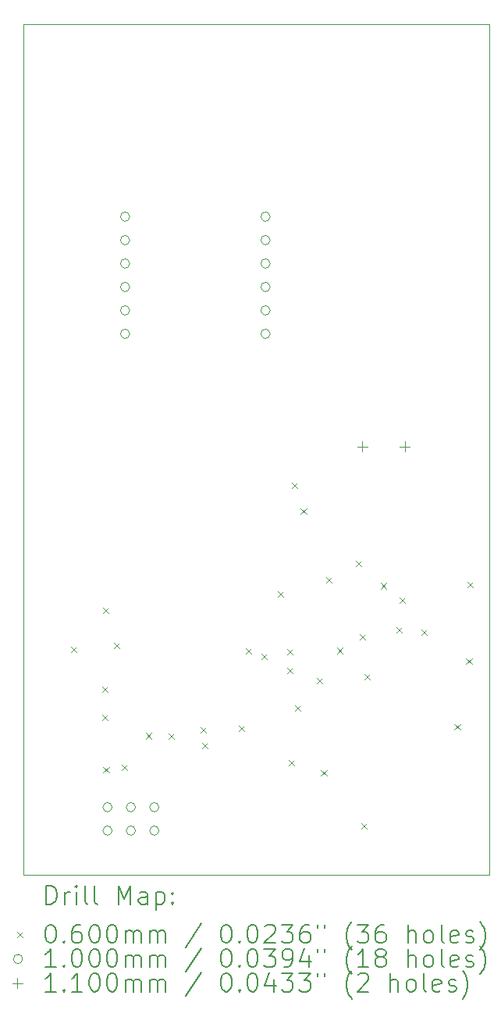
<source format=gbr>
%FSLAX45Y45*%
G04 Gerber Fmt 4.5, Leading zero omitted, Abs format (unit mm)*
G04 Created by KiCad (PCBNEW 6.0.6) date 2022-07-20 10:16:57*
%MOMM*%
%LPD*%
G01*
G04 APERTURE LIST*
%TA.AperFunction,Profile*%
%ADD10C,0.100000*%
%TD*%
%ADD11C,0.200000*%
%ADD12C,0.060000*%
%ADD13C,0.100000*%
%ADD14C,0.110000*%
G04 APERTURE END LIST*
D10*
X14732000Y-4648200D02*
X14732000Y-13868400D01*
X9677400Y-4648200D02*
X14732000Y-4648200D01*
X9677400Y-5359400D02*
X9677400Y-13868400D01*
X14097000Y-13868400D02*
X14732000Y-13868400D01*
X9677400Y-13868400D02*
X14097000Y-13868400D01*
X9677400Y-5359400D02*
X9677400Y-4648200D01*
D11*
D12*
X10196000Y-11390500D02*
X10256000Y-11450500D01*
X10256000Y-11390500D02*
X10196000Y-11450500D01*
X10536000Y-11828000D02*
X10596000Y-11888000D01*
X10596000Y-11828000D02*
X10536000Y-11888000D01*
X10536000Y-12128000D02*
X10596000Y-12188000D01*
X10596000Y-12128000D02*
X10536000Y-12188000D01*
X10541000Y-10970500D02*
X10601000Y-11030500D01*
X10601000Y-10970500D02*
X10541000Y-11030500D01*
X10548500Y-12698000D02*
X10608500Y-12758000D01*
X10608500Y-12698000D02*
X10548500Y-12758000D01*
X10666000Y-11348000D02*
X10726000Y-11408000D01*
X10726000Y-11348000D02*
X10666000Y-11408000D01*
X10748500Y-12668000D02*
X10808500Y-12728000D01*
X10808500Y-12668000D02*
X10748500Y-12728000D01*
X11013500Y-12328000D02*
X11073500Y-12388000D01*
X11073500Y-12328000D02*
X11013500Y-12388000D01*
X11258500Y-12333000D02*
X11318500Y-12393000D01*
X11318500Y-12333000D02*
X11258500Y-12393000D01*
X11606000Y-12268000D02*
X11666000Y-12328000D01*
X11666000Y-12268000D02*
X11606000Y-12328000D01*
X11618500Y-12438000D02*
X11678500Y-12498000D01*
X11678500Y-12438000D02*
X11618500Y-12498000D01*
X12021000Y-12248000D02*
X12081000Y-12308000D01*
X12081000Y-12248000D02*
X12021000Y-12308000D01*
X12092396Y-11409104D02*
X12152396Y-11469104D01*
X12152396Y-11409104D02*
X12092396Y-11469104D01*
X12263500Y-11470500D02*
X12323500Y-11530500D01*
X12323500Y-11470500D02*
X12263500Y-11530500D01*
X12438500Y-10790500D02*
X12498500Y-10850500D01*
X12498500Y-10790500D02*
X12438500Y-10850500D01*
X12541050Y-11623000D02*
X12601050Y-11683000D01*
X12601050Y-11623000D02*
X12541050Y-11683000D01*
X12546000Y-11420500D02*
X12606000Y-11480500D01*
X12606000Y-11420500D02*
X12546000Y-11480500D01*
X12556000Y-12620500D02*
X12616000Y-12680500D01*
X12616000Y-12620500D02*
X12556000Y-12680500D01*
X12593500Y-9613000D02*
X12653500Y-9673000D01*
X12653500Y-9613000D02*
X12593500Y-9673000D01*
X12631000Y-12030500D02*
X12691000Y-12090500D01*
X12691000Y-12030500D02*
X12631000Y-12090500D01*
X12691000Y-9890500D02*
X12751000Y-9950500D01*
X12751000Y-9890500D02*
X12691000Y-9950500D01*
X12861000Y-11730500D02*
X12921000Y-11790500D01*
X12921000Y-11730500D02*
X12861000Y-11790500D01*
X12911000Y-12728000D02*
X12971000Y-12788000D01*
X12971000Y-12728000D02*
X12911000Y-12788000D01*
X12966000Y-10635500D02*
X13026000Y-10695500D01*
X13026000Y-10635500D02*
X12966000Y-10695500D01*
X13081000Y-11405500D02*
X13141000Y-11465500D01*
X13141000Y-11405500D02*
X13081000Y-11465500D01*
X13286000Y-10460500D02*
X13346000Y-10520500D01*
X13346000Y-10460500D02*
X13286000Y-10520500D01*
X13328500Y-11260500D02*
X13388500Y-11320500D01*
X13388500Y-11260500D02*
X13328500Y-11320500D01*
X13348500Y-13308000D02*
X13408500Y-13368000D01*
X13408500Y-13308000D02*
X13348500Y-13368000D01*
X13378500Y-11688000D02*
X13438500Y-11748000D01*
X13438500Y-11688000D02*
X13378500Y-11748000D01*
X13561000Y-10703000D02*
X13621000Y-10763000D01*
X13621000Y-10703000D02*
X13561000Y-10763000D01*
X13728500Y-11183000D02*
X13788500Y-11243000D01*
X13788500Y-11183000D02*
X13728500Y-11243000D01*
X13758500Y-10860500D02*
X13818500Y-10920500D01*
X13818500Y-10860500D02*
X13758500Y-10920500D01*
X13998500Y-11208000D02*
X14058500Y-11268000D01*
X14058500Y-11208000D02*
X13998500Y-11268000D01*
X14358500Y-12233000D02*
X14418500Y-12293000D01*
X14418500Y-12233000D02*
X14358500Y-12293000D01*
X14486000Y-11520500D02*
X14546000Y-11580500D01*
X14546000Y-11520500D02*
X14486000Y-11580500D01*
X14498500Y-10693000D02*
X14558500Y-10753000D01*
X14558500Y-10693000D02*
X14498500Y-10753000D01*
D13*
X10643300Y-13132300D02*
G75*
G03*
X10643300Y-13132300I-50000J0D01*
G01*
X10643300Y-13386300D02*
G75*
G03*
X10643300Y-13386300I-50000J0D01*
G01*
X10833850Y-6731000D02*
G75*
G03*
X10833850Y-6731000I-50000J0D01*
G01*
X10833850Y-6985000D02*
G75*
G03*
X10833850Y-6985000I-50000J0D01*
G01*
X10833850Y-7239000D02*
G75*
G03*
X10833850Y-7239000I-50000J0D01*
G01*
X10833850Y-7493000D02*
G75*
G03*
X10833850Y-7493000I-50000J0D01*
G01*
X10833850Y-7747000D02*
G75*
G03*
X10833850Y-7747000I-50000J0D01*
G01*
X10833850Y-8001000D02*
G75*
G03*
X10833850Y-8001000I-50000J0D01*
G01*
X10897300Y-13132300D02*
G75*
G03*
X10897300Y-13132300I-50000J0D01*
G01*
X10897300Y-13386300D02*
G75*
G03*
X10897300Y-13386300I-50000J0D01*
G01*
X11151300Y-13132300D02*
G75*
G03*
X11151300Y-13132300I-50000J0D01*
G01*
X11151300Y-13386300D02*
G75*
G03*
X11151300Y-13386300I-50000J0D01*
G01*
X12357850Y-6731000D02*
G75*
G03*
X12357850Y-6731000I-50000J0D01*
G01*
X12357850Y-6985000D02*
G75*
G03*
X12357850Y-6985000I-50000J0D01*
G01*
X12357850Y-7239000D02*
G75*
G03*
X12357850Y-7239000I-50000J0D01*
G01*
X12357850Y-7493000D02*
G75*
G03*
X12357850Y-7493000I-50000J0D01*
G01*
X12357850Y-7747000D02*
G75*
G03*
X12357850Y-7747000I-50000J0D01*
G01*
X12357850Y-8001000D02*
G75*
G03*
X12357850Y-8001000I-50000J0D01*
G01*
D14*
X13358500Y-9168000D02*
X13358500Y-9278000D01*
X13303500Y-9223000D02*
X13413500Y-9223000D01*
X13818500Y-9168000D02*
X13818500Y-9278000D01*
X13763500Y-9223000D02*
X13873500Y-9223000D01*
D11*
X9930019Y-14183876D02*
X9930019Y-13983876D01*
X9977638Y-13983876D01*
X10006210Y-13993400D01*
X10025257Y-14012448D01*
X10034781Y-14031495D01*
X10044305Y-14069590D01*
X10044305Y-14098162D01*
X10034781Y-14136257D01*
X10025257Y-14155305D01*
X10006210Y-14174352D01*
X9977638Y-14183876D01*
X9930019Y-14183876D01*
X10130019Y-14183876D02*
X10130019Y-14050543D01*
X10130019Y-14088638D02*
X10139543Y-14069590D01*
X10149067Y-14060067D01*
X10168114Y-14050543D01*
X10187162Y-14050543D01*
X10253829Y-14183876D02*
X10253829Y-14050543D01*
X10253829Y-13983876D02*
X10244305Y-13993400D01*
X10253829Y-14002924D01*
X10263352Y-13993400D01*
X10253829Y-13983876D01*
X10253829Y-14002924D01*
X10377638Y-14183876D02*
X10358590Y-14174352D01*
X10349067Y-14155305D01*
X10349067Y-13983876D01*
X10482400Y-14183876D02*
X10463352Y-14174352D01*
X10453829Y-14155305D01*
X10453829Y-13983876D01*
X10710971Y-14183876D02*
X10710971Y-13983876D01*
X10777638Y-14126733D01*
X10844305Y-13983876D01*
X10844305Y-14183876D01*
X11025257Y-14183876D02*
X11025257Y-14079114D01*
X11015733Y-14060067D01*
X10996686Y-14050543D01*
X10958590Y-14050543D01*
X10939543Y-14060067D01*
X11025257Y-14174352D02*
X11006210Y-14183876D01*
X10958590Y-14183876D01*
X10939543Y-14174352D01*
X10930019Y-14155305D01*
X10930019Y-14136257D01*
X10939543Y-14117209D01*
X10958590Y-14107686D01*
X11006210Y-14107686D01*
X11025257Y-14098162D01*
X11120495Y-14050543D02*
X11120495Y-14250543D01*
X11120495Y-14060067D02*
X11139543Y-14050543D01*
X11177638Y-14050543D01*
X11196686Y-14060067D01*
X11206209Y-14069590D01*
X11215733Y-14088638D01*
X11215733Y-14145781D01*
X11206209Y-14164828D01*
X11196686Y-14174352D01*
X11177638Y-14183876D01*
X11139543Y-14183876D01*
X11120495Y-14174352D01*
X11301448Y-14164828D02*
X11310971Y-14174352D01*
X11301448Y-14183876D01*
X11291924Y-14174352D01*
X11301448Y-14164828D01*
X11301448Y-14183876D01*
X11301448Y-14060067D02*
X11310971Y-14069590D01*
X11301448Y-14079114D01*
X11291924Y-14069590D01*
X11301448Y-14060067D01*
X11301448Y-14079114D01*
D12*
X9612400Y-14483400D02*
X9672400Y-14543400D01*
X9672400Y-14483400D02*
X9612400Y-14543400D01*
D11*
X9968114Y-14403876D02*
X9987162Y-14403876D01*
X10006210Y-14413400D01*
X10015733Y-14422924D01*
X10025257Y-14441971D01*
X10034781Y-14480067D01*
X10034781Y-14527686D01*
X10025257Y-14565781D01*
X10015733Y-14584828D01*
X10006210Y-14594352D01*
X9987162Y-14603876D01*
X9968114Y-14603876D01*
X9949067Y-14594352D01*
X9939543Y-14584828D01*
X9930019Y-14565781D01*
X9920495Y-14527686D01*
X9920495Y-14480067D01*
X9930019Y-14441971D01*
X9939543Y-14422924D01*
X9949067Y-14413400D01*
X9968114Y-14403876D01*
X10120495Y-14584828D02*
X10130019Y-14594352D01*
X10120495Y-14603876D01*
X10110971Y-14594352D01*
X10120495Y-14584828D01*
X10120495Y-14603876D01*
X10301448Y-14403876D02*
X10263352Y-14403876D01*
X10244305Y-14413400D01*
X10234781Y-14422924D01*
X10215733Y-14451495D01*
X10206210Y-14489590D01*
X10206210Y-14565781D01*
X10215733Y-14584828D01*
X10225257Y-14594352D01*
X10244305Y-14603876D01*
X10282400Y-14603876D01*
X10301448Y-14594352D01*
X10310971Y-14584828D01*
X10320495Y-14565781D01*
X10320495Y-14518162D01*
X10310971Y-14499114D01*
X10301448Y-14489590D01*
X10282400Y-14480067D01*
X10244305Y-14480067D01*
X10225257Y-14489590D01*
X10215733Y-14499114D01*
X10206210Y-14518162D01*
X10444305Y-14403876D02*
X10463352Y-14403876D01*
X10482400Y-14413400D01*
X10491924Y-14422924D01*
X10501448Y-14441971D01*
X10510971Y-14480067D01*
X10510971Y-14527686D01*
X10501448Y-14565781D01*
X10491924Y-14584828D01*
X10482400Y-14594352D01*
X10463352Y-14603876D01*
X10444305Y-14603876D01*
X10425257Y-14594352D01*
X10415733Y-14584828D01*
X10406210Y-14565781D01*
X10396686Y-14527686D01*
X10396686Y-14480067D01*
X10406210Y-14441971D01*
X10415733Y-14422924D01*
X10425257Y-14413400D01*
X10444305Y-14403876D01*
X10634781Y-14403876D02*
X10653829Y-14403876D01*
X10672876Y-14413400D01*
X10682400Y-14422924D01*
X10691924Y-14441971D01*
X10701448Y-14480067D01*
X10701448Y-14527686D01*
X10691924Y-14565781D01*
X10682400Y-14584828D01*
X10672876Y-14594352D01*
X10653829Y-14603876D01*
X10634781Y-14603876D01*
X10615733Y-14594352D01*
X10606210Y-14584828D01*
X10596686Y-14565781D01*
X10587162Y-14527686D01*
X10587162Y-14480067D01*
X10596686Y-14441971D01*
X10606210Y-14422924D01*
X10615733Y-14413400D01*
X10634781Y-14403876D01*
X10787162Y-14603876D02*
X10787162Y-14470543D01*
X10787162Y-14489590D02*
X10796686Y-14480067D01*
X10815733Y-14470543D01*
X10844305Y-14470543D01*
X10863352Y-14480067D01*
X10872876Y-14499114D01*
X10872876Y-14603876D01*
X10872876Y-14499114D02*
X10882400Y-14480067D01*
X10901448Y-14470543D01*
X10930019Y-14470543D01*
X10949067Y-14480067D01*
X10958590Y-14499114D01*
X10958590Y-14603876D01*
X11053829Y-14603876D02*
X11053829Y-14470543D01*
X11053829Y-14489590D02*
X11063352Y-14480067D01*
X11082400Y-14470543D01*
X11110971Y-14470543D01*
X11130019Y-14480067D01*
X11139543Y-14499114D01*
X11139543Y-14603876D01*
X11139543Y-14499114D02*
X11149067Y-14480067D01*
X11168114Y-14470543D01*
X11196686Y-14470543D01*
X11215733Y-14480067D01*
X11225257Y-14499114D01*
X11225257Y-14603876D01*
X11615733Y-14394352D02*
X11444305Y-14651495D01*
X11872876Y-14403876D02*
X11891924Y-14403876D01*
X11910971Y-14413400D01*
X11920495Y-14422924D01*
X11930019Y-14441971D01*
X11939543Y-14480067D01*
X11939543Y-14527686D01*
X11930019Y-14565781D01*
X11920495Y-14584828D01*
X11910971Y-14594352D01*
X11891924Y-14603876D01*
X11872876Y-14603876D01*
X11853828Y-14594352D01*
X11844305Y-14584828D01*
X11834781Y-14565781D01*
X11825257Y-14527686D01*
X11825257Y-14480067D01*
X11834781Y-14441971D01*
X11844305Y-14422924D01*
X11853828Y-14413400D01*
X11872876Y-14403876D01*
X12025257Y-14584828D02*
X12034781Y-14594352D01*
X12025257Y-14603876D01*
X12015733Y-14594352D01*
X12025257Y-14584828D01*
X12025257Y-14603876D01*
X12158590Y-14403876D02*
X12177638Y-14403876D01*
X12196686Y-14413400D01*
X12206209Y-14422924D01*
X12215733Y-14441971D01*
X12225257Y-14480067D01*
X12225257Y-14527686D01*
X12215733Y-14565781D01*
X12206209Y-14584828D01*
X12196686Y-14594352D01*
X12177638Y-14603876D01*
X12158590Y-14603876D01*
X12139543Y-14594352D01*
X12130019Y-14584828D01*
X12120495Y-14565781D01*
X12110971Y-14527686D01*
X12110971Y-14480067D01*
X12120495Y-14441971D01*
X12130019Y-14422924D01*
X12139543Y-14413400D01*
X12158590Y-14403876D01*
X12301448Y-14422924D02*
X12310971Y-14413400D01*
X12330019Y-14403876D01*
X12377638Y-14403876D01*
X12396686Y-14413400D01*
X12406209Y-14422924D01*
X12415733Y-14441971D01*
X12415733Y-14461019D01*
X12406209Y-14489590D01*
X12291924Y-14603876D01*
X12415733Y-14603876D01*
X12482400Y-14403876D02*
X12606209Y-14403876D01*
X12539543Y-14480067D01*
X12568114Y-14480067D01*
X12587162Y-14489590D01*
X12596686Y-14499114D01*
X12606209Y-14518162D01*
X12606209Y-14565781D01*
X12596686Y-14584828D01*
X12587162Y-14594352D01*
X12568114Y-14603876D01*
X12510971Y-14603876D01*
X12491924Y-14594352D01*
X12482400Y-14584828D01*
X12777638Y-14403876D02*
X12739543Y-14403876D01*
X12720495Y-14413400D01*
X12710971Y-14422924D01*
X12691924Y-14451495D01*
X12682400Y-14489590D01*
X12682400Y-14565781D01*
X12691924Y-14584828D01*
X12701448Y-14594352D01*
X12720495Y-14603876D01*
X12758590Y-14603876D01*
X12777638Y-14594352D01*
X12787162Y-14584828D01*
X12796686Y-14565781D01*
X12796686Y-14518162D01*
X12787162Y-14499114D01*
X12777638Y-14489590D01*
X12758590Y-14480067D01*
X12720495Y-14480067D01*
X12701448Y-14489590D01*
X12691924Y-14499114D01*
X12682400Y-14518162D01*
X12872876Y-14403876D02*
X12872876Y-14441971D01*
X12949067Y-14403876D02*
X12949067Y-14441971D01*
X13244305Y-14680067D02*
X13234781Y-14670543D01*
X13215733Y-14641971D01*
X13206209Y-14622924D01*
X13196686Y-14594352D01*
X13187162Y-14546733D01*
X13187162Y-14508638D01*
X13196686Y-14461019D01*
X13206209Y-14432448D01*
X13215733Y-14413400D01*
X13234781Y-14384828D01*
X13244305Y-14375305D01*
X13301448Y-14403876D02*
X13425257Y-14403876D01*
X13358590Y-14480067D01*
X13387162Y-14480067D01*
X13406209Y-14489590D01*
X13415733Y-14499114D01*
X13425257Y-14518162D01*
X13425257Y-14565781D01*
X13415733Y-14584828D01*
X13406209Y-14594352D01*
X13387162Y-14603876D01*
X13330019Y-14603876D01*
X13310971Y-14594352D01*
X13301448Y-14584828D01*
X13596686Y-14403876D02*
X13558590Y-14403876D01*
X13539543Y-14413400D01*
X13530019Y-14422924D01*
X13510971Y-14451495D01*
X13501448Y-14489590D01*
X13501448Y-14565781D01*
X13510971Y-14584828D01*
X13520495Y-14594352D01*
X13539543Y-14603876D01*
X13577638Y-14603876D01*
X13596686Y-14594352D01*
X13606209Y-14584828D01*
X13615733Y-14565781D01*
X13615733Y-14518162D01*
X13606209Y-14499114D01*
X13596686Y-14489590D01*
X13577638Y-14480067D01*
X13539543Y-14480067D01*
X13520495Y-14489590D01*
X13510971Y-14499114D01*
X13501448Y-14518162D01*
X13853828Y-14603876D02*
X13853828Y-14403876D01*
X13939543Y-14603876D02*
X13939543Y-14499114D01*
X13930019Y-14480067D01*
X13910971Y-14470543D01*
X13882400Y-14470543D01*
X13863352Y-14480067D01*
X13853828Y-14489590D01*
X14063352Y-14603876D02*
X14044305Y-14594352D01*
X14034781Y-14584828D01*
X14025257Y-14565781D01*
X14025257Y-14508638D01*
X14034781Y-14489590D01*
X14044305Y-14480067D01*
X14063352Y-14470543D01*
X14091924Y-14470543D01*
X14110971Y-14480067D01*
X14120495Y-14489590D01*
X14130019Y-14508638D01*
X14130019Y-14565781D01*
X14120495Y-14584828D01*
X14110971Y-14594352D01*
X14091924Y-14603876D01*
X14063352Y-14603876D01*
X14244305Y-14603876D02*
X14225257Y-14594352D01*
X14215733Y-14575305D01*
X14215733Y-14403876D01*
X14396686Y-14594352D02*
X14377638Y-14603876D01*
X14339543Y-14603876D01*
X14320495Y-14594352D01*
X14310971Y-14575305D01*
X14310971Y-14499114D01*
X14320495Y-14480067D01*
X14339543Y-14470543D01*
X14377638Y-14470543D01*
X14396686Y-14480067D01*
X14406209Y-14499114D01*
X14406209Y-14518162D01*
X14310971Y-14537209D01*
X14482400Y-14594352D02*
X14501448Y-14603876D01*
X14539543Y-14603876D01*
X14558590Y-14594352D01*
X14568114Y-14575305D01*
X14568114Y-14565781D01*
X14558590Y-14546733D01*
X14539543Y-14537209D01*
X14510971Y-14537209D01*
X14491924Y-14527686D01*
X14482400Y-14508638D01*
X14482400Y-14499114D01*
X14491924Y-14480067D01*
X14510971Y-14470543D01*
X14539543Y-14470543D01*
X14558590Y-14480067D01*
X14634781Y-14680067D02*
X14644305Y-14670543D01*
X14663352Y-14641971D01*
X14672876Y-14622924D01*
X14682400Y-14594352D01*
X14691924Y-14546733D01*
X14691924Y-14508638D01*
X14682400Y-14461019D01*
X14672876Y-14432448D01*
X14663352Y-14413400D01*
X14644305Y-14384828D01*
X14634781Y-14375305D01*
D13*
X9672400Y-14777400D02*
G75*
G03*
X9672400Y-14777400I-50000J0D01*
G01*
D11*
X10034781Y-14867876D02*
X9920495Y-14867876D01*
X9977638Y-14867876D02*
X9977638Y-14667876D01*
X9958590Y-14696448D01*
X9939543Y-14715495D01*
X9920495Y-14725019D01*
X10120495Y-14848828D02*
X10130019Y-14858352D01*
X10120495Y-14867876D01*
X10110971Y-14858352D01*
X10120495Y-14848828D01*
X10120495Y-14867876D01*
X10253829Y-14667876D02*
X10272876Y-14667876D01*
X10291924Y-14677400D01*
X10301448Y-14686924D01*
X10310971Y-14705971D01*
X10320495Y-14744067D01*
X10320495Y-14791686D01*
X10310971Y-14829781D01*
X10301448Y-14848828D01*
X10291924Y-14858352D01*
X10272876Y-14867876D01*
X10253829Y-14867876D01*
X10234781Y-14858352D01*
X10225257Y-14848828D01*
X10215733Y-14829781D01*
X10206210Y-14791686D01*
X10206210Y-14744067D01*
X10215733Y-14705971D01*
X10225257Y-14686924D01*
X10234781Y-14677400D01*
X10253829Y-14667876D01*
X10444305Y-14667876D02*
X10463352Y-14667876D01*
X10482400Y-14677400D01*
X10491924Y-14686924D01*
X10501448Y-14705971D01*
X10510971Y-14744067D01*
X10510971Y-14791686D01*
X10501448Y-14829781D01*
X10491924Y-14848828D01*
X10482400Y-14858352D01*
X10463352Y-14867876D01*
X10444305Y-14867876D01*
X10425257Y-14858352D01*
X10415733Y-14848828D01*
X10406210Y-14829781D01*
X10396686Y-14791686D01*
X10396686Y-14744067D01*
X10406210Y-14705971D01*
X10415733Y-14686924D01*
X10425257Y-14677400D01*
X10444305Y-14667876D01*
X10634781Y-14667876D02*
X10653829Y-14667876D01*
X10672876Y-14677400D01*
X10682400Y-14686924D01*
X10691924Y-14705971D01*
X10701448Y-14744067D01*
X10701448Y-14791686D01*
X10691924Y-14829781D01*
X10682400Y-14848828D01*
X10672876Y-14858352D01*
X10653829Y-14867876D01*
X10634781Y-14867876D01*
X10615733Y-14858352D01*
X10606210Y-14848828D01*
X10596686Y-14829781D01*
X10587162Y-14791686D01*
X10587162Y-14744067D01*
X10596686Y-14705971D01*
X10606210Y-14686924D01*
X10615733Y-14677400D01*
X10634781Y-14667876D01*
X10787162Y-14867876D02*
X10787162Y-14734543D01*
X10787162Y-14753590D02*
X10796686Y-14744067D01*
X10815733Y-14734543D01*
X10844305Y-14734543D01*
X10863352Y-14744067D01*
X10872876Y-14763114D01*
X10872876Y-14867876D01*
X10872876Y-14763114D02*
X10882400Y-14744067D01*
X10901448Y-14734543D01*
X10930019Y-14734543D01*
X10949067Y-14744067D01*
X10958590Y-14763114D01*
X10958590Y-14867876D01*
X11053829Y-14867876D02*
X11053829Y-14734543D01*
X11053829Y-14753590D02*
X11063352Y-14744067D01*
X11082400Y-14734543D01*
X11110971Y-14734543D01*
X11130019Y-14744067D01*
X11139543Y-14763114D01*
X11139543Y-14867876D01*
X11139543Y-14763114D02*
X11149067Y-14744067D01*
X11168114Y-14734543D01*
X11196686Y-14734543D01*
X11215733Y-14744067D01*
X11225257Y-14763114D01*
X11225257Y-14867876D01*
X11615733Y-14658352D02*
X11444305Y-14915495D01*
X11872876Y-14667876D02*
X11891924Y-14667876D01*
X11910971Y-14677400D01*
X11920495Y-14686924D01*
X11930019Y-14705971D01*
X11939543Y-14744067D01*
X11939543Y-14791686D01*
X11930019Y-14829781D01*
X11920495Y-14848828D01*
X11910971Y-14858352D01*
X11891924Y-14867876D01*
X11872876Y-14867876D01*
X11853828Y-14858352D01*
X11844305Y-14848828D01*
X11834781Y-14829781D01*
X11825257Y-14791686D01*
X11825257Y-14744067D01*
X11834781Y-14705971D01*
X11844305Y-14686924D01*
X11853828Y-14677400D01*
X11872876Y-14667876D01*
X12025257Y-14848828D02*
X12034781Y-14858352D01*
X12025257Y-14867876D01*
X12015733Y-14858352D01*
X12025257Y-14848828D01*
X12025257Y-14867876D01*
X12158590Y-14667876D02*
X12177638Y-14667876D01*
X12196686Y-14677400D01*
X12206209Y-14686924D01*
X12215733Y-14705971D01*
X12225257Y-14744067D01*
X12225257Y-14791686D01*
X12215733Y-14829781D01*
X12206209Y-14848828D01*
X12196686Y-14858352D01*
X12177638Y-14867876D01*
X12158590Y-14867876D01*
X12139543Y-14858352D01*
X12130019Y-14848828D01*
X12120495Y-14829781D01*
X12110971Y-14791686D01*
X12110971Y-14744067D01*
X12120495Y-14705971D01*
X12130019Y-14686924D01*
X12139543Y-14677400D01*
X12158590Y-14667876D01*
X12291924Y-14667876D02*
X12415733Y-14667876D01*
X12349067Y-14744067D01*
X12377638Y-14744067D01*
X12396686Y-14753590D01*
X12406209Y-14763114D01*
X12415733Y-14782162D01*
X12415733Y-14829781D01*
X12406209Y-14848828D01*
X12396686Y-14858352D01*
X12377638Y-14867876D01*
X12320495Y-14867876D01*
X12301448Y-14858352D01*
X12291924Y-14848828D01*
X12510971Y-14867876D02*
X12549067Y-14867876D01*
X12568114Y-14858352D01*
X12577638Y-14848828D01*
X12596686Y-14820257D01*
X12606209Y-14782162D01*
X12606209Y-14705971D01*
X12596686Y-14686924D01*
X12587162Y-14677400D01*
X12568114Y-14667876D01*
X12530019Y-14667876D01*
X12510971Y-14677400D01*
X12501448Y-14686924D01*
X12491924Y-14705971D01*
X12491924Y-14753590D01*
X12501448Y-14772638D01*
X12510971Y-14782162D01*
X12530019Y-14791686D01*
X12568114Y-14791686D01*
X12587162Y-14782162D01*
X12596686Y-14772638D01*
X12606209Y-14753590D01*
X12777638Y-14734543D02*
X12777638Y-14867876D01*
X12730019Y-14658352D02*
X12682400Y-14801209D01*
X12806209Y-14801209D01*
X12872876Y-14667876D02*
X12872876Y-14705971D01*
X12949067Y-14667876D02*
X12949067Y-14705971D01*
X13244305Y-14944067D02*
X13234781Y-14934543D01*
X13215733Y-14905971D01*
X13206209Y-14886924D01*
X13196686Y-14858352D01*
X13187162Y-14810733D01*
X13187162Y-14772638D01*
X13196686Y-14725019D01*
X13206209Y-14696448D01*
X13215733Y-14677400D01*
X13234781Y-14648828D01*
X13244305Y-14639305D01*
X13425257Y-14867876D02*
X13310971Y-14867876D01*
X13368114Y-14867876D02*
X13368114Y-14667876D01*
X13349067Y-14696448D01*
X13330019Y-14715495D01*
X13310971Y-14725019D01*
X13539543Y-14753590D02*
X13520495Y-14744067D01*
X13510971Y-14734543D01*
X13501448Y-14715495D01*
X13501448Y-14705971D01*
X13510971Y-14686924D01*
X13520495Y-14677400D01*
X13539543Y-14667876D01*
X13577638Y-14667876D01*
X13596686Y-14677400D01*
X13606209Y-14686924D01*
X13615733Y-14705971D01*
X13615733Y-14715495D01*
X13606209Y-14734543D01*
X13596686Y-14744067D01*
X13577638Y-14753590D01*
X13539543Y-14753590D01*
X13520495Y-14763114D01*
X13510971Y-14772638D01*
X13501448Y-14791686D01*
X13501448Y-14829781D01*
X13510971Y-14848828D01*
X13520495Y-14858352D01*
X13539543Y-14867876D01*
X13577638Y-14867876D01*
X13596686Y-14858352D01*
X13606209Y-14848828D01*
X13615733Y-14829781D01*
X13615733Y-14791686D01*
X13606209Y-14772638D01*
X13596686Y-14763114D01*
X13577638Y-14753590D01*
X13853828Y-14867876D02*
X13853828Y-14667876D01*
X13939543Y-14867876D02*
X13939543Y-14763114D01*
X13930019Y-14744067D01*
X13910971Y-14734543D01*
X13882400Y-14734543D01*
X13863352Y-14744067D01*
X13853828Y-14753590D01*
X14063352Y-14867876D02*
X14044305Y-14858352D01*
X14034781Y-14848828D01*
X14025257Y-14829781D01*
X14025257Y-14772638D01*
X14034781Y-14753590D01*
X14044305Y-14744067D01*
X14063352Y-14734543D01*
X14091924Y-14734543D01*
X14110971Y-14744067D01*
X14120495Y-14753590D01*
X14130019Y-14772638D01*
X14130019Y-14829781D01*
X14120495Y-14848828D01*
X14110971Y-14858352D01*
X14091924Y-14867876D01*
X14063352Y-14867876D01*
X14244305Y-14867876D02*
X14225257Y-14858352D01*
X14215733Y-14839305D01*
X14215733Y-14667876D01*
X14396686Y-14858352D02*
X14377638Y-14867876D01*
X14339543Y-14867876D01*
X14320495Y-14858352D01*
X14310971Y-14839305D01*
X14310971Y-14763114D01*
X14320495Y-14744067D01*
X14339543Y-14734543D01*
X14377638Y-14734543D01*
X14396686Y-14744067D01*
X14406209Y-14763114D01*
X14406209Y-14782162D01*
X14310971Y-14801209D01*
X14482400Y-14858352D02*
X14501448Y-14867876D01*
X14539543Y-14867876D01*
X14558590Y-14858352D01*
X14568114Y-14839305D01*
X14568114Y-14829781D01*
X14558590Y-14810733D01*
X14539543Y-14801209D01*
X14510971Y-14801209D01*
X14491924Y-14791686D01*
X14482400Y-14772638D01*
X14482400Y-14763114D01*
X14491924Y-14744067D01*
X14510971Y-14734543D01*
X14539543Y-14734543D01*
X14558590Y-14744067D01*
X14634781Y-14944067D02*
X14644305Y-14934543D01*
X14663352Y-14905971D01*
X14672876Y-14886924D01*
X14682400Y-14858352D01*
X14691924Y-14810733D01*
X14691924Y-14772638D01*
X14682400Y-14725019D01*
X14672876Y-14696448D01*
X14663352Y-14677400D01*
X14644305Y-14648828D01*
X14634781Y-14639305D01*
D14*
X9617400Y-14986400D02*
X9617400Y-15096400D01*
X9562400Y-15041400D02*
X9672400Y-15041400D01*
D11*
X10034781Y-15131876D02*
X9920495Y-15131876D01*
X9977638Y-15131876D02*
X9977638Y-14931876D01*
X9958590Y-14960448D01*
X9939543Y-14979495D01*
X9920495Y-14989019D01*
X10120495Y-15112828D02*
X10130019Y-15122352D01*
X10120495Y-15131876D01*
X10110971Y-15122352D01*
X10120495Y-15112828D01*
X10120495Y-15131876D01*
X10320495Y-15131876D02*
X10206210Y-15131876D01*
X10263352Y-15131876D02*
X10263352Y-14931876D01*
X10244305Y-14960448D01*
X10225257Y-14979495D01*
X10206210Y-14989019D01*
X10444305Y-14931876D02*
X10463352Y-14931876D01*
X10482400Y-14941400D01*
X10491924Y-14950924D01*
X10501448Y-14969971D01*
X10510971Y-15008067D01*
X10510971Y-15055686D01*
X10501448Y-15093781D01*
X10491924Y-15112828D01*
X10482400Y-15122352D01*
X10463352Y-15131876D01*
X10444305Y-15131876D01*
X10425257Y-15122352D01*
X10415733Y-15112828D01*
X10406210Y-15093781D01*
X10396686Y-15055686D01*
X10396686Y-15008067D01*
X10406210Y-14969971D01*
X10415733Y-14950924D01*
X10425257Y-14941400D01*
X10444305Y-14931876D01*
X10634781Y-14931876D02*
X10653829Y-14931876D01*
X10672876Y-14941400D01*
X10682400Y-14950924D01*
X10691924Y-14969971D01*
X10701448Y-15008067D01*
X10701448Y-15055686D01*
X10691924Y-15093781D01*
X10682400Y-15112828D01*
X10672876Y-15122352D01*
X10653829Y-15131876D01*
X10634781Y-15131876D01*
X10615733Y-15122352D01*
X10606210Y-15112828D01*
X10596686Y-15093781D01*
X10587162Y-15055686D01*
X10587162Y-15008067D01*
X10596686Y-14969971D01*
X10606210Y-14950924D01*
X10615733Y-14941400D01*
X10634781Y-14931876D01*
X10787162Y-15131876D02*
X10787162Y-14998543D01*
X10787162Y-15017590D02*
X10796686Y-15008067D01*
X10815733Y-14998543D01*
X10844305Y-14998543D01*
X10863352Y-15008067D01*
X10872876Y-15027114D01*
X10872876Y-15131876D01*
X10872876Y-15027114D02*
X10882400Y-15008067D01*
X10901448Y-14998543D01*
X10930019Y-14998543D01*
X10949067Y-15008067D01*
X10958590Y-15027114D01*
X10958590Y-15131876D01*
X11053829Y-15131876D02*
X11053829Y-14998543D01*
X11053829Y-15017590D02*
X11063352Y-15008067D01*
X11082400Y-14998543D01*
X11110971Y-14998543D01*
X11130019Y-15008067D01*
X11139543Y-15027114D01*
X11139543Y-15131876D01*
X11139543Y-15027114D02*
X11149067Y-15008067D01*
X11168114Y-14998543D01*
X11196686Y-14998543D01*
X11215733Y-15008067D01*
X11225257Y-15027114D01*
X11225257Y-15131876D01*
X11615733Y-14922352D02*
X11444305Y-15179495D01*
X11872876Y-14931876D02*
X11891924Y-14931876D01*
X11910971Y-14941400D01*
X11920495Y-14950924D01*
X11930019Y-14969971D01*
X11939543Y-15008067D01*
X11939543Y-15055686D01*
X11930019Y-15093781D01*
X11920495Y-15112828D01*
X11910971Y-15122352D01*
X11891924Y-15131876D01*
X11872876Y-15131876D01*
X11853828Y-15122352D01*
X11844305Y-15112828D01*
X11834781Y-15093781D01*
X11825257Y-15055686D01*
X11825257Y-15008067D01*
X11834781Y-14969971D01*
X11844305Y-14950924D01*
X11853828Y-14941400D01*
X11872876Y-14931876D01*
X12025257Y-15112828D02*
X12034781Y-15122352D01*
X12025257Y-15131876D01*
X12015733Y-15122352D01*
X12025257Y-15112828D01*
X12025257Y-15131876D01*
X12158590Y-14931876D02*
X12177638Y-14931876D01*
X12196686Y-14941400D01*
X12206209Y-14950924D01*
X12215733Y-14969971D01*
X12225257Y-15008067D01*
X12225257Y-15055686D01*
X12215733Y-15093781D01*
X12206209Y-15112828D01*
X12196686Y-15122352D01*
X12177638Y-15131876D01*
X12158590Y-15131876D01*
X12139543Y-15122352D01*
X12130019Y-15112828D01*
X12120495Y-15093781D01*
X12110971Y-15055686D01*
X12110971Y-15008067D01*
X12120495Y-14969971D01*
X12130019Y-14950924D01*
X12139543Y-14941400D01*
X12158590Y-14931876D01*
X12396686Y-14998543D02*
X12396686Y-15131876D01*
X12349067Y-14922352D02*
X12301448Y-15065209D01*
X12425257Y-15065209D01*
X12482400Y-14931876D02*
X12606209Y-14931876D01*
X12539543Y-15008067D01*
X12568114Y-15008067D01*
X12587162Y-15017590D01*
X12596686Y-15027114D01*
X12606209Y-15046162D01*
X12606209Y-15093781D01*
X12596686Y-15112828D01*
X12587162Y-15122352D01*
X12568114Y-15131876D01*
X12510971Y-15131876D01*
X12491924Y-15122352D01*
X12482400Y-15112828D01*
X12672876Y-14931876D02*
X12796686Y-14931876D01*
X12730019Y-15008067D01*
X12758590Y-15008067D01*
X12777638Y-15017590D01*
X12787162Y-15027114D01*
X12796686Y-15046162D01*
X12796686Y-15093781D01*
X12787162Y-15112828D01*
X12777638Y-15122352D01*
X12758590Y-15131876D01*
X12701448Y-15131876D01*
X12682400Y-15122352D01*
X12672876Y-15112828D01*
X12872876Y-14931876D02*
X12872876Y-14969971D01*
X12949067Y-14931876D02*
X12949067Y-14969971D01*
X13244305Y-15208067D02*
X13234781Y-15198543D01*
X13215733Y-15169971D01*
X13206209Y-15150924D01*
X13196686Y-15122352D01*
X13187162Y-15074733D01*
X13187162Y-15036638D01*
X13196686Y-14989019D01*
X13206209Y-14960448D01*
X13215733Y-14941400D01*
X13234781Y-14912828D01*
X13244305Y-14903305D01*
X13310971Y-14950924D02*
X13320495Y-14941400D01*
X13339543Y-14931876D01*
X13387162Y-14931876D01*
X13406209Y-14941400D01*
X13415733Y-14950924D01*
X13425257Y-14969971D01*
X13425257Y-14989019D01*
X13415733Y-15017590D01*
X13301448Y-15131876D01*
X13425257Y-15131876D01*
X13663352Y-15131876D02*
X13663352Y-14931876D01*
X13749067Y-15131876D02*
X13749067Y-15027114D01*
X13739543Y-15008067D01*
X13720495Y-14998543D01*
X13691924Y-14998543D01*
X13672876Y-15008067D01*
X13663352Y-15017590D01*
X13872876Y-15131876D02*
X13853828Y-15122352D01*
X13844305Y-15112828D01*
X13834781Y-15093781D01*
X13834781Y-15036638D01*
X13844305Y-15017590D01*
X13853828Y-15008067D01*
X13872876Y-14998543D01*
X13901448Y-14998543D01*
X13920495Y-15008067D01*
X13930019Y-15017590D01*
X13939543Y-15036638D01*
X13939543Y-15093781D01*
X13930019Y-15112828D01*
X13920495Y-15122352D01*
X13901448Y-15131876D01*
X13872876Y-15131876D01*
X14053828Y-15131876D02*
X14034781Y-15122352D01*
X14025257Y-15103305D01*
X14025257Y-14931876D01*
X14206209Y-15122352D02*
X14187162Y-15131876D01*
X14149067Y-15131876D01*
X14130019Y-15122352D01*
X14120495Y-15103305D01*
X14120495Y-15027114D01*
X14130019Y-15008067D01*
X14149067Y-14998543D01*
X14187162Y-14998543D01*
X14206209Y-15008067D01*
X14215733Y-15027114D01*
X14215733Y-15046162D01*
X14120495Y-15065209D01*
X14291924Y-15122352D02*
X14310971Y-15131876D01*
X14349067Y-15131876D01*
X14368114Y-15122352D01*
X14377638Y-15103305D01*
X14377638Y-15093781D01*
X14368114Y-15074733D01*
X14349067Y-15065209D01*
X14320495Y-15065209D01*
X14301448Y-15055686D01*
X14291924Y-15036638D01*
X14291924Y-15027114D01*
X14301448Y-15008067D01*
X14320495Y-14998543D01*
X14349067Y-14998543D01*
X14368114Y-15008067D01*
X14444305Y-15208067D02*
X14453828Y-15198543D01*
X14472876Y-15169971D01*
X14482400Y-15150924D01*
X14491924Y-15122352D01*
X14501448Y-15074733D01*
X14501448Y-15036638D01*
X14491924Y-14989019D01*
X14482400Y-14960448D01*
X14472876Y-14941400D01*
X14453828Y-14912828D01*
X14444305Y-14903305D01*
M02*

</source>
